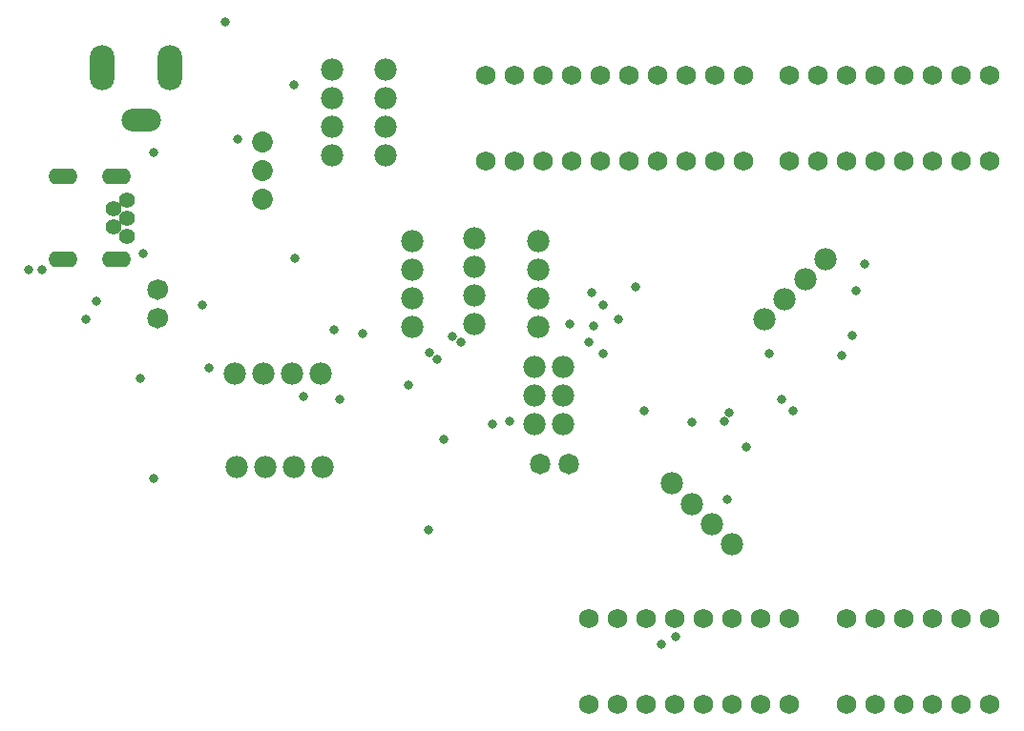
<source format=gbs>
G04*
G04 #@! TF.GenerationSoftware,Altium Limited,Altium Designer,21.1.1 (26)*
G04*
G04 Layer_Color=16711935*
%FSLAX25Y25*%
%MOIN*%
G70*
G04*
G04 #@! TF.SameCoordinates,7D5D5EFA-C770-4444-A878-D417F12E0F6E*
G04*
G04*
G04 #@! TF.FilePolarity,Negative*
G04*
G01*
G75*
%ADD35C,0.00000*%
%ADD48C,0.07800*%
%ADD49C,0.07178*%
%ADD50C,0.07296*%
%ADD51O,0.13792X0.07887*%
%ADD52O,0.08674X0.15761*%
%ADD53C,0.06800*%
%ADD54O,0.10249X0.05524*%
%ADD55C,0.05524*%
%ADD56C,0.03300*%
D35*
X55390Y142500D02*
G03*
X55390Y142500I-3390J0D01*
G01*
Y152500D02*
G03*
X55390Y152500I-3390J0D01*
G01*
X198890Y91500D02*
G03*
X198890Y91500I-3390J0D01*
G01*
X188890D02*
G03*
X188890Y91500I-3390J0D01*
G01*
D48*
X245571Y70429D02*
D03*
X252642Y63358D02*
D03*
X231429Y84571D02*
D03*
X238500Y77500D02*
D03*
X271000Y149000D02*
D03*
X263929Y141929D02*
D03*
X285142Y163142D02*
D03*
X278071Y156071D02*
D03*
X141000Y149500D02*
D03*
Y139500D02*
D03*
Y169500D02*
D03*
Y159500D02*
D03*
X131500Y219500D02*
D03*
Y229500D02*
D03*
Y199500D02*
D03*
Y209500D02*
D03*
X113000Y219500D02*
D03*
Y229500D02*
D03*
Y199500D02*
D03*
Y209500D02*
D03*
X183500Y125500D02*
D03*
X193500D02*
D03*
X183500Y115500D02*
D03*
X193500D02*
D03*
X183500Y105500D02*
D03*
X193500D02*
D03*
X89000Y123000D02*
D03*
X79000D02*
D03*
X109000D02*
D03*
X99000D02*
D03*
X89500Y90500D02*
D03*
X79500D02*
D03*
X109500D02*
D03*
X99500D02*
D03*
X185000Y149500D02*
D03*
Y139500D02*
D03*
Y169500D02*
D03*
Y159500D02*
D03*
X162500Y150500D02*
D03*
Y140500D02*
D03*
Y170500D02*
D03*
Y160500D02*
D03*
D49*
X52000Y142500D02*
D03*
Y152500D02*
D03*
X195500Y91500D02*
D03*
X185500D02*
D03*
D50*
X88500Y204000D02*
D03*
Y194000D02*
D03*
Y184000D02*
D03*
D51*
X46279Y211693D02*
D03*
D52*
X32500Y230000D02*
D03*
X56122D02*
D03*
D53*
X256500Y227500D02*
D03*
X246500D02*
D03*
X236500D02*
D03*
X226500D02*
D03*
X216500D02*
D03*
X206500D02*
D03*
X196500D02*
D03*
X186500D02*
D03*
X176500D02*
D03*
X166500D02*
D03*
X202500Y7500D02*
D03*
X212500D02*
D03*
X222500D02*
D03*
X232500D02*
D03*
X242500D02*
D03*
X252500D02*
D03*
X262500D02*
D03*
X272500D02*
D03*
X292500D02*
D03*
X302500D02*
D03*
X312500D02*
D03*
X322500D02*
D03*
X342500D02*
D03*
X332500D02*
D03*
X256500Y197500D02*
D03*
X246500D02*
D03*
X236500D02*
D03*
X226500D02*
D03*
X216500D02*
D03*
X206500D02*
D03*
X196500D02*
D03*
X186500D02*
D03*
X176500D02*
D03*
X166500D02*
D03*
X292500Y37500D02*
D03*
X302500D02*
D03*
X312500D02*
D03*
X322500D02*
D03*
X332500D02*
D03*
X342500D02*
D03*
Y197500D02*
D03*
X332500D02*
D03*
X322500D02*
D03*
X312500D02*
D03*
X302500D02*
D03*
X292500D02*
D03*
X282500D02*
D03*
X272500D02*
D03*
Y227500D02*
D03*
X282500D02*
D03*
X292500D02*
D03*
X302500D02*
D03*
X312500D02*
D03*
X322500D02*
D03*
X332500D02*
D03*
X342500D02*
D03*
X202500Y37500D02*
D03*
X212500D02*
D03*
X222500D02*
D03*
X232500D02*
D03*
X242500D02*
D03*
X252500D02*
D03*
X262500D02*
D03*
X272500D02*
D03*
D54*
X18875Y192146D02*
D03*
X37575D02*
D03*
Y162855D02*
D03*
X18875D02*
D03*
D55*
X41125Y171123D02*
D03*
Y177421D02*
D03*
X36386Y174273D02*
D03*
Y180571D02*
D03*
X41125Y183721D02*
D03*
D56*
X158000Y134000D02*
D03*
X70000Y125000D02*
D03*
X47000Y165000D02*
D03*
X154850Y136000D02*
D03*
X152000Y100000D02*
D03*
X139500Y119000D02*
D03*
X274000Y110000D02*
D03*
X270000Y114000D02*
D03*
X296000Y152000D02*
D03*
X299000Y161500D02*
D03*
X265500Y130000D02*
D03*
X291000Y129500D02*
D03*
X294500Y136500D02*
D03*
X7000Y159500D02*
D03*
X115500Y114000D02*
D03*
X103000Y115000D02*
D03*
X75500Y246000D02*
D03*
X99500Y224000D02*
D03*
X257500Y97500D02*
D03*
X251000Y79000D02*
D03*
X146500Y68500D02*
D03*
X50500Y86500D02*
D03*
X46000Y121500D02*
D03*
X27000Y142000D02*
D03*
X30500Y148500D02*
D03*
X11500Y159500D02*
D03*
X50500Y200500D02*
D03*
X80000Y205000D02*
D03*
X100000Y163500D02*
D03*
X123500Y137000D02*
D03*
X113500Y138500D02*
D03*
X67500Y147000D02*
D03*
X207500D02*
D03*
X204152Y139652D02*
D03*
X202500Y134000D02*
D03*
X196000Y140500D02*
D03*
X203500Y151500D02*
D03*
X174765Y106265D02*
D03*
X169000Y105500D02*
D03*
X219000Y153500D02*
D03*
X213000Y142000D02*
D03*
X207500Y130000D02*
D03*
X238500Y106000D02*
D03*
X149500Y128000D02*
D03*
X147000Y130500D02*
D03*
X228000Y28500D02*
D03*
X233000Y31000D02*
D03*
X251500Y109500D02*
D03*
X250000Y106500D02*
D03*
X222000Y110000D02*
D03*
M02*

</source>
